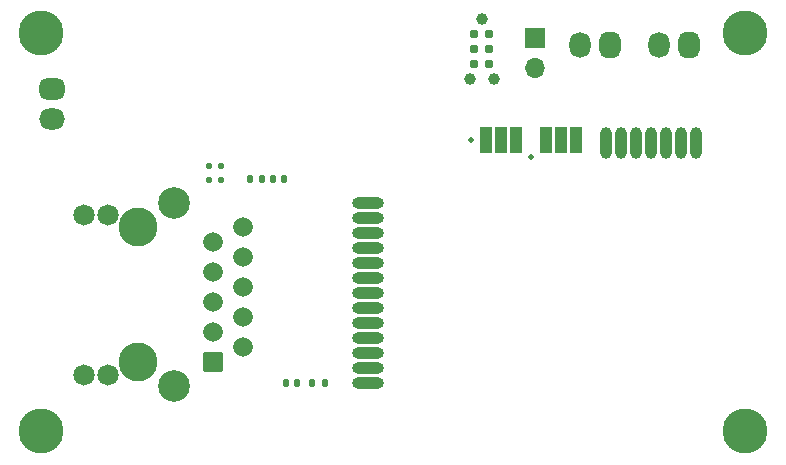
<source format=gbr>
%TF.GenerationSoftware,KiCad,Pcbnew,8.0.4*%
%TF.CreationDate,2025-04-28T15:50:51-04:00*%
%TF.ProjectId,BB-SPEM-A-1 Breakout,42422d53-5045-44d2-9d41-2d3120427265,rev?*%
%TF.SameCoordinates,Original*%
%TF.FileFunction,Soldermask,Top*%
%TF.FilePolarity,Negative*%
%FSLAX46Y46*%
G04 Gerber Fmt 4.6, Leading zero omitted, Abs format (unit mm)*
G04 Created by KiCad (PCBNEW 8.0.4) date 2025-04-28 15:50:51*
%MOMM*%
%LPD*%
G01*
G04 APERTURE LIST*
G04 Aperture macros list*
%AMRoundRect*
0 Rectangle with rounded corners*
0 $1 Rounding radius*
0 $2 $3 $4 $5 $6 $7 $8 $9 X,Y pos of 4 corners*
0 Add a 4 corners polygon primitive as box body*
4,1,4,$2,$3,$4,$5,$6,$7,$8,$9,$2,$3,0*
0 Add four circle primitives for the rounded corners*
1,1,$1+$1,$2,$3*
1,1,$1+$1,$4,$5*
1,1,$1+$1,$6,$7*
1,1,$1+$1,$8,$9*
0 Add four rect primitives between the rounded corners*
20,1,$1+$1,$2,$3,$4,$5,0*
20,1,$1+$1,$4,$5,$6,$7,0*
20,1,$1+$1,$6,$7,$8,$9,0*
20,1,$1+$1,$8,$9,$2,$3,0*%
G04 Aperture macros list end*
%ADD10C,0.500000*%
%ADD11O,2.700000X1.000000*%
%ADD12O,1.700000X1.000000*%
%ADD13R,1.100000X2.200000*%
%ADD14O,1.000000X2.700000*%
%ADD15O,1.000000X1.700000*%
%ADD16RoundRect,0.125000X-0.125000X-0.155000X0.125000X-0.155000X0.125000X0.155000X-0.125000X0.155000X0*%
%ADD17RoundRect,0.630000X-0.470000X0.270000X-0.470000X-0.270000X0.470000X-0.270000X0.470000X0.270000X0*%
%ADD18O,2.200000X1.800000*%
%ADD19RoundRect,0.630000X0.270000X0.470000X-0.270000X0.470000X-0.270000X-0.470000X0.270000X-0.470000X0*%
%ADD20O,1.800000X2.200000*%
%ADD21RoundRect,0.135000X0.135000X0.185000X-0.135000X0.185000X-0.135000X-0.185000X0.135000X-0.185000X0*%
%ADD22C,3.800000*%
%ADD23C,3.300000*%
%ADD24RoundRect,0.102000X-0.729000X0.729000X-0.729000X-0.729000X0.729000X-0.729000X0.729000X0.729000X0*%
%ADD25C,1.662000*%
%ADD26C,1.809000*%
%ADD27C,2.679000*%
%ADD28R,1.700000X1.700000*%
%ADD29O,1.700000X1.700000*%
%ADD30C,0.990600*%
%ADD31C,0.787400*%
%ADD32RoundRect,0.147500X-0.147500X-0.172500X0.147500X-0.172500X0.147500X0.172500X-0.147500X0.172500X0*%
%ADD33RoundRect,0.147500X0.147500X0.172500X-0.147500X0.172500X-0.147500X-0.172500X0.147500X-0.172500X0*%
%ADD34RoundRect,0.135000X-0.135000X-0.185000X0.135000X-0.185000X0.135000X0.185000X-0.135000X0.185000X0*%
G04 APERTURE END LIST*
D10*
%TO.C,J1*%
X154200000Y-81700000D03*
X159280000Y-83200000D03*
D11*
X145450000Y-87060000D03*
D12*
X145850000Y-87060000D03*
D11*
X145450000Y-88330000D03*
D12*
X145850000Y-88330000D03*
D11*
X145450000Y-89600000D03*
D12*
X145850000Y-89600000D03*
D11*
X145450000Y-90870000D03*
D12*
X145850000Y-90870000D03*
D11*
X145450000Y-92140000D03*
D12*
X145850000Y-92140000D03*
D11*
X145450000Y-93410000D03*
D12*
X145850000Y-93410000D03*
D11*
X145450000Y-94680000D03*
D12*
X145850000Y-94680000D03*
D11*
X145450000Y-95950000D03*
D12*
X145850000Y-95950000D03*
D11*
X145450000Y-97220000D03*
D12*
X145850000Y-97220000D03*
D11*
X145450000Y-98490000D03*
D12*
X145850000Y-98490000D03*
D11*
X145450000Y-99760000D03*
D12*
X145850000Y-99760000D03*
D11*
X145450000Y-101030000D03*
D12*
X145850000Y-101030000D03*
D11*
X145450000Y-102300000D03*
D12*
X145850000Y-102300000D03*
D13*
X155470000Y-81700000D03*
X156740000Y-81700000D03*
X158010000Y-81700000D03*
X160550000Y-81700000D03*
X161820000Y-81700000D03*
X163090000Y-81700000D03*
D14*
X165630000Y-82000000D03*
D15*
X165630000Y-82400000D03*
D14*
X166900000Y-82000000D03*
D15*
X166900000Y-82400000D03*
D14*
X168170000Y-82000000D03*
D15*
X168170000Y-82400000D03*
D14*
X169440000Y-82000000D03*
D15*
X169440000Y-82400000D03*
D14*
X170710000Y-82000000D03*
D15*
X170710000Y-82400000D03*
D14*
X171980000Y-82000000D03*
D15*
X171980000Y-82400000D03*
D14*
X173250000Y-82000000D03*
D15*
X173250000Y-82400000D03*
%TD*%
D16*
%TO.C,C2*%
X132015000Y-85100000D03*
X132985000Y-85100000D03*
%TD*%
D17*
%TO.C,J2*%
X118700000Y-77430000D03*
D18*
X118700000Y-79970000D03*
%TD*%
D19*
%TO.C,J3*%
X172670000Y-73700000D03*
D20*
X170130000Y-73700000D03*
%TD*%
D21*
%TO.C,R1*%
X136490000Y-85000000D03*
X135470000Y-85000000D03*
%TD*%
D22*
%TO.C,H4*%
X177400000Y-72700000D03*
%TD*%
D19*
%TO.C,J4*%
X165970000Y-73700000D03*
D20*
X163430000Y-73700000D03*
%TD*%
D23*
%TO.C,J6*%
X126000000Y-89115000D03*
X126000000Y-100545000D03*
D24*
X132350000Y-100545000D03*
D25*
X134890000Y-99275000D03*
X132350000Y-98005000D03*
X134890000Y-96735000D03*
X132350000Y-95465000D03*
X134890000Y-94195000D03*
X132350000Y-92925000D03*
X134890000Y-91655000D03*
X132350000Y-90385000D03*
X134890000Y-89115000D03*
D26*
X123460000Y-88045000D03*
X121430000Y-88045000D03*
X123460000Y-101615000D03*
X121430000Y-101615000D03*
D27*
X129050000Y-102580000D03*
X129050000Y-87080000D03*
%TD*%
D28*
%TO.C,J5*%
X159600000Y-73125000D03*
D29*
X159600000Y-75665000D03*
%TD*%
D30*
%TO.C,J8*%
X155100000Y-71460000D03*
X156116000Y-76540000D03*
X154084000Y-76540000D03*
D31*
X154465000Y-72730000D03*
X155735000Y-72730000D03*
X154465000Y-74000000D03*
X155735000Y-74000000D03*
X154465000Y-75270000D03*
X155735000Y-75270000D03*
%TD*%
D22*
%TO.C,H2*%
X117800000Y-106400000D03*
%TD*%
%TO.C,H3*%
X177400000Y-106400000D03*
%TD*%
D32*
%TO.C,D2*%
X138515000Y-102300000D03*
X139485000Y-102300000D03*
%TD*%
D33*
%TO.C,D1*%
X138365000Y-85000000D03*
X137395000Y-85000000D03*
%TD*%
D34*
%TO.C,R2*%
X140770000Y-102300000D03*
X141790000Y-102300000D03*
%TD*%
D16*
%TO.C,C1*%
X132015000Y-83900000D03*
X132985000Y-83900000D03*
%TD*%
D22*
%TO.C,H1*%
X117800000Y-72700000D03*
%TD*%
M02*

</source>
